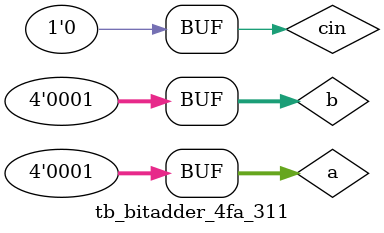
<source format=v>
`timescale 1ns / 1ps


module tb_bitadder_4fa_311;
	reg [3:0] a;
	reg [3:0] b;
	reg cin;
	wire cout_311;	wire [3:0] s_311;
	wire w1;	wire w2;	wire w3;
	bitadder_4fa_311 uut (
		.a(a), 
		.b(b), 
		.cin(cin), 
		.cout_311(cout_311), 
		.s_311(s_311), 
		.w1(w1), 
		.w2(w2), 
		.w3(w3)
	);
	initial begin
	$monitor($time,"a=%b b=%b cin=%b sum=%b cout=%b ",a,b,cin,s_311,cout_311);
		// Initialize Inputs
		a = 0;		b = 0;		cin = 0;
#10
		a = 0;		b = 1;		cin = 0;
#10		// Wait 100 ns for global reset to finish
		a = 1;		b = 0;		cin = 0;
#10		
 		a = 1;		b = 1;		cin = 0;
#100;       
	end
      
endmodule

</source>
